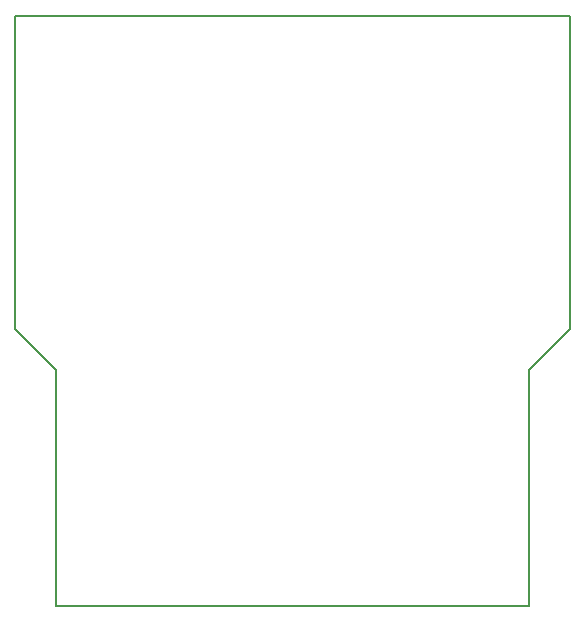
<source format=gm1>
%TF.GenerationSoftware,KiCad,Pcbnew,4.0.2+dfsg1-stable*%
%TF.CreationDate,2019-04-14T23:19:02+02:00*%
%TF.ProjectId,CART-Breakout,434152542D427265616B6F75742E6B69,rev?*%
%TF.FileFunction,Profile,NP*%
%FSLAX46Y46*%
G04 Gerber Fmt 4.6, Leading zero omitted, Abs format (unit mm)*
G04 Created by KiCad (PCBNEW 4.0.2+dfsg1-stable) date Sun 14 Apr 2019 23:19:02 CEST*
%MOMM*%
G01*
G04 APERTURE LIST*
%ADD10C,0.100000*%
%ADD11C,0.150000*%
G04 APERTURE END LIST*
D10*
D11*
X131000000Y-98000000D02*
X131000000Y-118000000D01*
X127500000Y-94500000D02*
X131000000Y-98000000D01*
X127500000Y-68000000D02*
X127500000Y-94500000D01*
X174500000Y-68000000D02*
X127500000Y-68000000D01*
X174500000Y-94500000D02*
X174500000Y-68000000D01*
X174000000Y-95000000D02*
X174500000Y-94500000D01*
X171000000Y-98000000D02*
X174000000Y-95000000D01*
X171000000Y-118000000D02*
X171000000Y-98000000D01*
X131000000Y-118000000D02*
X171000000Y-118000000D01*
M02*

</source>
